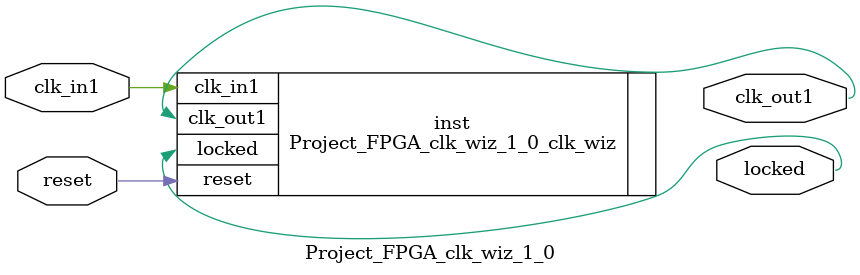
<source format=v>


`timescale 1ps/1ps

(* CORE_GENERATION_INFO = "Project_FPGA_clk_wiz_1_0,clk_wiz_v6_0_6_0_0,{component_name=Project_FPGA_clk_wiz_1_0,use_phase_alignment=true,use_min_o_jitter=false,use_max_i_jitter=false,use_dyn_phase_shift=false,use_inclk_switchover=false,use_dyn_reconfig=false,enable_axi=0,feedback_source=FDBK_AUTO,PRIMITIVE=MMCM,num_out_clk=1,clkin1_period=10.000,clkin2_period=10.000,use_power_down=false,use_reset=true,use_locked=true,use_inclk_stopped=false,feedback_type=SINGLE,CLOCK_MGR_TYPE=NA,manual_override=false}" *)

module Project_FPGA_clk_wiz_1_0 
 (
  // Clock out ports
  output        clk_out1,
  // Status and control signals
  input         reset,
  output        locked,
 // Clock in ports
  input         clk_in1
 );

  Project_FPGA_clk_wiz_1_0_clk_wiz inst
  (
  // Clock out ports  
  .clk_out1(clk_out1),
  // Status and control signals               
  .reset(reset), 
  .locked(locked),
 // Clock in ports
  .clk_in1(clk_in1)
  );

endmodule

</source>
